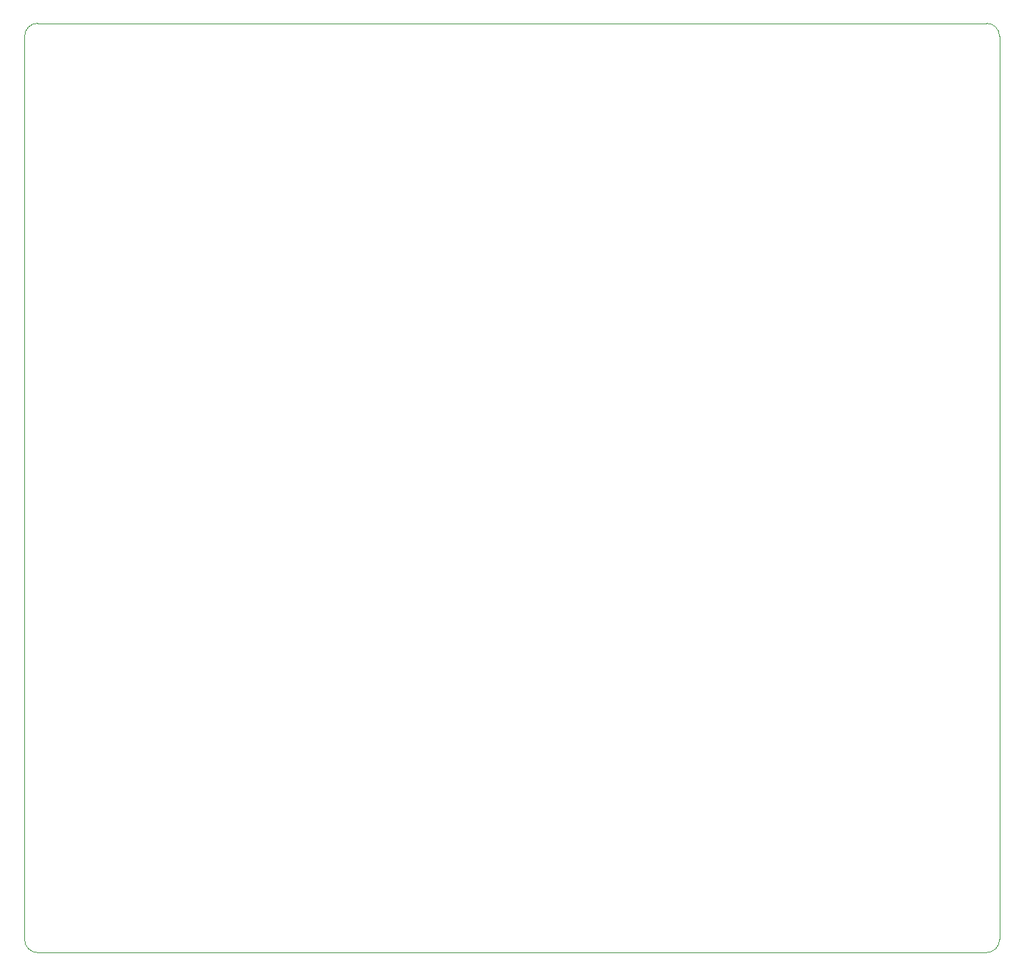
<source format=gm1>
G04 #@! TF.GenerationSoftware,KiCad,Pcbnew,(5.1.5)-3*
G04 #@! TF.CreationDate,2020-10-08T21:20:27+02:00*
G04 #@! TF.ProjectId,NumPad,4e756d50-6164-42e6-9b69-6361645f7063,rev?*
G04 #@! TF.SameCoordinates,Original*
G04 #@! TF.FileFunction,Profile,NP*
%FSLAX46Y46*%
G04 Gerber Fmt 4.6, Leading zero omitted, Abs format (unit mm)*
G04 Created by KiCad (PCBNEW (5.1.5)-3) date 2020-10-08 21:20:27*
%MOMM*%
%LPD*%
G04 APERTURE LIST*
%ADD10C,0.050000*%
G04 APERTURE END LIST*
D10*
X46037500Y-161131250D02*
X161925000Y-161131250D01*
X46037500Y-161131250D02*
G75*
G02X44450000Y-159543750I0J1587500D01*
G01*
X44450000Y-49212500D02*
X44450000Y-159543750D01*
X44450000Y-49212500D02*
G75*
G02X46037500Y-47625000I1587500J0D01*
G01*
X161925000Y-47625000D02*
X46037500Y-47625000D01*
X161925000Y-47625000D02*
G75*
G02X163512500Y-49212500I0J-1587500D01*
G01*
X163512500Y-159543750D02*
X163512500Y-49212500D01*
X163512500Y-159543750D02*
G75*
G02X161925000Y-161131250I-1587500J0D01*
G01*
M02*

</source>
